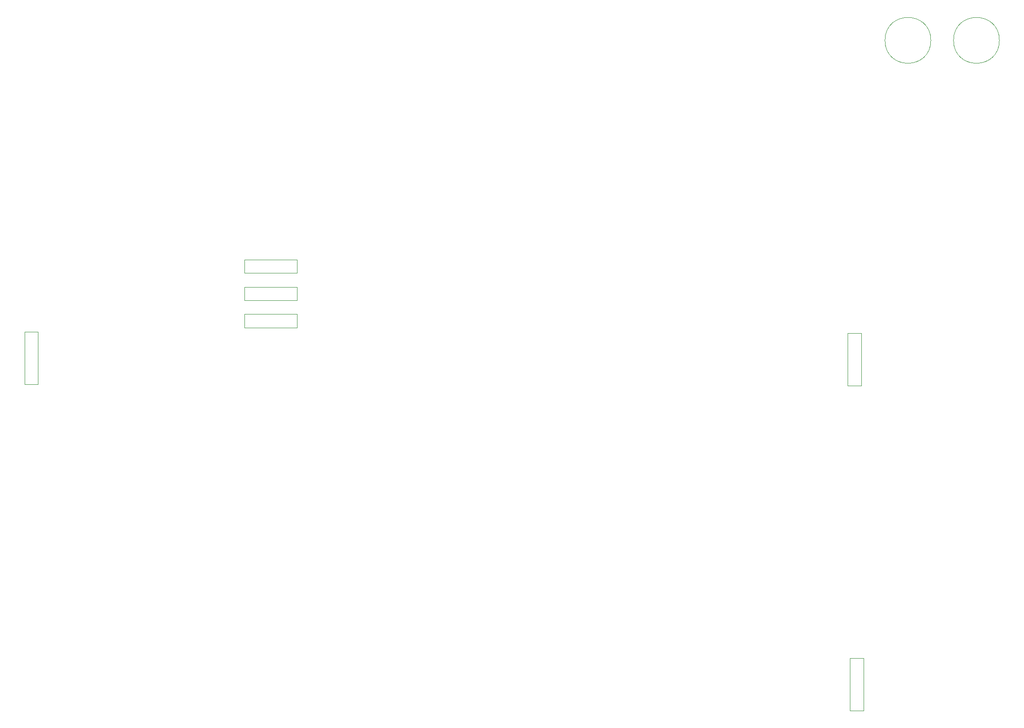
<source format=gbr>
G04 #@! TF.GenerationSoftware,KiCad,Pcbnew,(5.0.0)*
G04 #@! TF.CreationDate,2019-08-30T17:46:26+01:00*
G04 #@! TF.ProjectId,A-FB,412D46422E6B696361645F7063620000,rev?*
G04 #@! TF.SameCoordinates,Original*
G04 #@! TF.FileFunction,Other,User*
%FSLAX46Y46*%
G04 Gerber Fmt 4.6, Leading zero omitted, Abs format (unit mm)*
G04 Created by KiCad (PCBNEW (5.0.0)) date 08/30/19 17:46:26*
%MOMM*%
%LPD*%
G01*
G04 APERTURE LIST*
%ADD10C,0.050000*%
G04 APERTURE END LIST*
D10*
G04 #@! TO.C,R3*
X106925000Y-83814600D02*
X106925000Y-86314600D01*
X106925000Y-86314600D02*
X116645000Y-86314600D01*
X116645000Y-86314600D02*
X116645000Y-83814600D01*
X116645000Y-83814600D02*
X106925000Y-83814600D01*
G04 #@! TO.C,R4*
X106925000Y-78760000D02*
X106925000Y-81260000D01*
X106925000Y-81260000D02*
X116645000Y-81260000D01*
X116645000Y-81260000D02*
X116645000Y-78760000D01*
X116645000Y-78760000D02*
X106925000Y-78760000D01*
G04 #@! TO.C,R5*
X106925000Y-73680000D02*
X106925000Y-76180000D01*
X106925000Y-76180000D02*
X116645000Y-76180000D01*
X116645000Y-76180000D02*
X116645000Y-73680000D01*
X116645000Y-73680000D02*
X106925000Y-73680000D01*
G04 #@! TO.C,R6*
X68661600Y-87113400D02*
X66161600Y-87113400D01*
X66161600Y-87113400D02*
X66161600Y-96833400D01*
X66161600Y-96833400D02*
X68661600Y-96833400D01*
X68661600Y-96833400D02*
X68661600Y-87113400D01*
G04 #@! TO.C,C1*
X246800000Y-33020000D02*
G75*
G03X246800000Y-33020000I-4250000J0D01*
G01*
G04 #@! TO.C,C2*
X234100000Y-33020000D02*
G75*
G03X234100000Y-33020000I-4250000J0D01*
G01*
G04 #@! TO.C,R1*
X218689000Y-97036600D02*
X221189000Y-97036600D01*
X221189000Y-97036600D02*
X221189000Y-87316600D01*
X221189000Y-87316600D02*
X218689000Y-87316600D01*
X218689000Y-87316600D02*
X218689000Y-97036600D01*
G04 #@! TO.C,R2*
X219120000Y-147616000D02*
X219120000Y-157336000D01*
X221620000Y-147616000D02*
X219120000Y-147616000D01*
X221620000Y-157336000D02*
X221620000Y-147616000D01*
X219120000Y-157336000D02*
X221620000Y-157336000D01*
G04 #@! TD*
M02*

</source>
